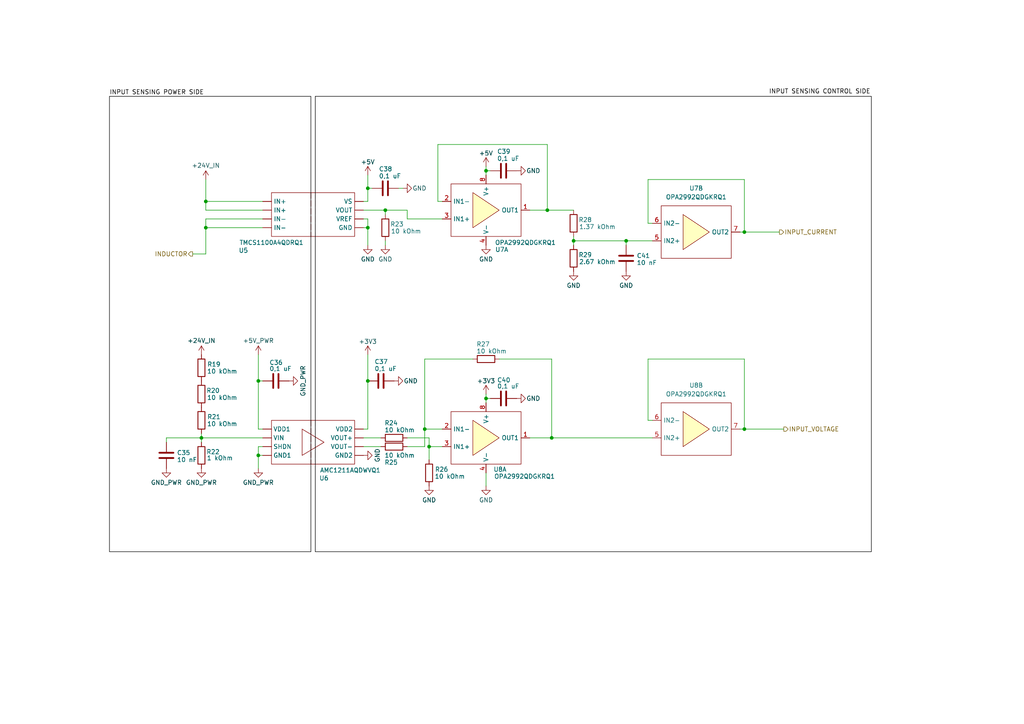
<source format=kicad_sch>
(kicad_sch (version 20231120) (generator "eeschema") (generator_version "8.0")
  (paper "A4")
  (title_block (title "ELE0124CL Power Boost Input Sensing") (date "2024-08-04") (rev "1.0") (company "ELE0124CL"))
  (lib_symbols
    (symbol "Device:C" (pin_numbers hide) (pin_names (offset 0.254))
      (property "Reference" "C" (at 0.635 2.54 0))
      (property "Value" "C" (at 0.635 -2.54 0))
      (symbol "C_0_1"
        (polyline (pts (xy -2.032 -0.762) (xy 2.032 -0.762)) (stroke (width 0.508)))
        (polyline (pts (xy -2.032 0.762) (xy 2.032 0.762)) (stroke (width 0.508)))
      )
      (symbol "C_1_1"
        (pin passive line (at 0 3.81 270) (length 2.794) (name "~") (number "1"))
        (pin passive line (at 0 -3.81 90) (length 2.794) (name "~") (number "2"))
      )
    )
    (symbol "Device:R" (pin_numbers hide) (pin_names (offset 0))
      (property "Reference" "R" (at 2.032 0 90))
      (property "Value" "R" (at 0 0 90))
      (symbol "R_0_1"
        (rectangle (start -1.016 -2.54) (end 1.016 2.54) (stroke (width 0.254)))
      )
      (symbol "R_1_1"
        (pin passive line (at 0 3.81 270) (length 1.27) (name "~") (number "1"))
        (pin passive line (at 0 -3.81 90) (length 1.27) (name "~") (number "2"))
      )
    )
    (symbol "ELE0124CL_library:+24V_IN" (power) (pin_numbers hide) (pin_names (offset 0) hide) (exclude_from_sim yes) (in_bom no)
      (property "Value" "+24V_IN" (at -2.54 3.81 0))
      (symbol "+24V_IN_0_1"
        (polyline (pts (xy -0.762 1.27) (xy 0 2.54)))
        (polyline (pts (xy 0 0) (xy 0 2.54)))
        (polyline (pts (xy 0 2.54) (xy 0.762 1.27)))
      )
      (symbol "+24V_IN_1_1"
        (pin power_in line (at 0 0 90) (length 1.27) hide (name "+24V_IN") (number "1"))
      )
    )
    (symbol "ELE0124CL_library:+3V3" (power) (pin_numbers hide) (pin_names (offset 0) hide) (exclude_from_sim yes) (in_bom no)
      (property "Value" "+3V3" (at -2.54 3.81 0))
      (symbol "+3V3_0_1"
        (polyline (pts (xy -0.762 1.27) (xy 0 2.54)))
        (polyline (pts (xy 0 0) (xy 0 2.54)))
        (polyline (pts (xy 0 2.54) (xy 0.762 1.27)))
      )
      (symbol "+3V3_1_1"
        (pin power_in line (at 0 0 90) (length 1.27) hide (name "+3V3") (number "1"))
      )
    )
    (symbol "ELE0124CL_library:+5V" (power) (pin_numbers hide) (pin_names (offset 0) hide) (exclude_from_sim yes) (in_bom no)
      (property "Value" "+5V" (at -1.905 3.81 0))
      (symbol "+5V_0_1"
        (polyline (pts (xy -0.762 1.27) (xy 0 2.54)))
        (polyline (pts (xy 0 0) (xy 0 2.54)))
        (polyline (pts (xy 0 2.54) (xy 0.762 1.27)))
      )
      (symbol "+5V_1_1"
        (pin power_in line (at 0 0 90) (length 1.27) hide (name "+5V") (number "1"))
      )
    )
    (symbol "ELE0124CL_library:+5V_PWR" (power) (pin_numbers hide) (pin_names (offset 0) hide) (exclude_from_sim yes) (in_bom no)
      (property "Value" "+5V_PWR" (at -1.905 3.81 0))
      (symbol "+5V_PWR_0_1"
        (polyline (pts (xy -0.762 1.27) (xy 0 2.54)))
        (polyline (pts (xy 0 0) (xy 0 2.54)))
        (polyline (pts (xy 0 2.54) (xy 0.762 1.27)))
      )
      (symbol "+5V_PWR_1_1"
        (pin power_in line (at 0 0 90) (length 1.27) hide (name "+5V_PWR") (number "1"))
      )
    )
    (symbol "ELE0124CL_library:CURRENT SENSOR TMCS1100A4QDRQ1" (pin_numbers hide) (pin_names (offset 0.635))
      (property "Reference" "U" (at 0.508 3.175 0))
      (property "Value" "TMCS1100A4QDRQ1" (at 0.508 1.27 0))
      (symbol "CURRENT SENSOR TMCS1100A4QDRQ1_0_1"
        (rectangle (start 0 0) (end 24.13 -12.7))
      )
      (symbol "CURRENT SENSOR TMCS1100A4QDRQ1_1_1"
        (polyline (pts (xy 11.43 0) (xy 11.43 -12.7)) (stroke (width 0) (type dash)))
        (polyline (pts (xy 12.7 0) (xy 12.7 -12.7)) (stroke (width 0) (type dash)))
        (pin passive line (at -2.54 -2.54 0) (length 2.54) (name "IN+") (number "1"))
        (pin passive line (at -2.54 -5.08 0) (length 2.54) (name "IN+") (number "2"))
        (pin passive line (at -2.54 -7.62 0) (length 2.54) (name "IN-") (number "3"))
        (pin passive line (at -2.54 -10.16 0) (length 2.54) (name "IN-") (number "4"))
        (pin passive line (at 26.67 -10.16 180) (length 2.54) (name "GND") (number "5"))
        (pin passive line (at 26.67 -7.62 180) (length 2.54) (name "VREF") (number "6"))
        (pin passive line (at 26.67 -5.08 180) (length 2.54) (name "VOUT") (number "7"))
        (pin passive line (at 26.67 -2.54 180) (length 2.54) (name "VS") (number "8"))
      )
    )
    (symbol "ELE0124CL_library:GND" (power) (pin_numbers hide) (pin_names (offset 0) hide) (exclude_from_sim yes) (in_bom no)
      (property "Value" "GND" (at -1.905 -3.81 0))
      (symbol "GND_0_1"
        (polyline (pts (xy 0 0) (xy 0 -1.27) (xy 1.27 -1.27) (xy 0 -2.54) (xy -1.27 -1.27) (xy 0 -1.27)))
      )
      (symbol "GND_1_1"
        (pin power_in line (at 0 0 270) (length 1.27) hide (name "GND") (number "1"))
      )
    )
    (symbol "ELE0124CL_library:GND_PWR" (power) (pin_numbers hide) (pin_names (offset 0) hide) (exclude_from_sim yes) (in_bom no)
      (property "Value" "GND_PWR" (at -4.445 -3.81 0))
      (symbol "GND_PWR_0_1"
        (polyline (pts (xy 0 0) (xy 0 -1.27) (xy 1.27 -1.27) (xy 0 -2.54) (xy -1.27 -1.27) (xy 0 -1.27)))
      )
      (symbol "GND_PWR_1_1"
        (pin power_in line (at 0 0 270) (length 1.27) hide (name "GND_PWR") (number "1"))
      )
    )
    (symbol "ELE0124CL_library:ISOLATOR AMPLIFIER AMC1211AQDWVQ1" (pin_numbers hide)
      (property "Reference" "U" (at 0.508 3.175 0))
      (property "Value" "AMC1211AQDWVQ1" (at 0.508 1.27 0))
      (symbol "ISOLATOR AMPLIFIER AMC1211AQDWVQ1_0_1"
        (rectangle (start 0 0) (end 24.13 -12.7))
      )
      (symbol "ISOLATOR AMPLIFIER AMC1211AQDWVQ1_1_1"
        (polyline (pts (xy 11.43 0) (xy 11.43 -12.7)) (stroke (width 0) (type dash)))
        (polyline (pts (xy 12.7 0) (xy 12.7 -12.7)) (stroke (width 0) (type dash)))
        (polyline (pts (xy 8.89 -2.54) (xy 15.24 -6.35) (xy 8.89 -10.16) (xy 8.89 -2.54)))
        (pin passive line (at -2.54 -2.54 0) (length 2.54) (name "VDD1") (number "1"))
        (pin passive line (at -2.54 -5.08 0) (length 2.54) (name "VIN") (number "2"))
        (pin passive line (at -2.54 -7.62 0) (length 2.54) (name "SHDN") (number "3"))
        (pin passive line (at -2.54 -10.16 0) (length 2.54) (name "GND1") (number "4"))
        (pin passive line (at 26.67 -10.16 180) (length 2.54) (name "GND2") (number "5"))
        (pin passive line (at 26.67 -7.62 180) (length 2.54) (name "VOUT-") (number "6"))
        (pin passive line (at 26.67 -5.08 180) (length 2.54) (name "VOUT+") (number "7"))
        (pin passive line (at 26.67 -2.54 180) (length 2.54) (name "VDD2") (number "8"))
      )
    )
    (symbol "ELE0124CL_library:OPERATIONAL AMPLIFIER OPA2992QDGKRQ1" (pin_names (offset 0.635))
      (property "Reference" "U" (at 1.27 10.795 0))
      (property "Value" "OPA2992QDGKRQ1" (at 1.27 8.89 0))
      (symbol "OPERATIONAL AMPLIFIER OPA2992QDGKRQ1_0_1"
        (rectangle (start -10.16 7.62) (end 10.16 -7.62))
        (polyline (pts (xy -3.81 5.08) (xy 3.81 0) (xy -3.81 -5.08) (xy -3.81 5.08)) (fill (type background)))
      )
      (symbol "OPERATIONAL AMPLIFIER OPA2992QDGKRQ1_1_1"
        (pin passive line (at 12.7 0 180) (length 2.54) (name "OUT1") (number "1"))
        (pin passive line (at -12.7 2.54 0) (length 2.54) (name "IN1-") (number "2"))
        (pin passive line (at -12.7 -2.54 0) (length 2.54) (name "IN1+") (number "3"))
        (pin power_in line (at 0 -10.16 90) (length 2.54) (name "V-") (number "4"))
        (pin power_in line (at 0 10.16 270) (length 2.54) (name "V+") (number "8"))
      )
      (symbol "OPERATIONAL AMPLIFIER OPA2992QDGKRQ1_2_1"
        (pin passive line (at -12.7 -2.54 0) (length 2.54) (name "IN2+") (number "5"))
        (pin passive line (at -12.7 2.54 0) (length 2.54) (name "IN2-") (number "6"))
        (pin passive line (at 12.7 0 180) (length 2.54) (name "OUT2") (number "7"))
      )
    )
  )
  (junction (at 215.9 124.46))
  (junction (at 215.9 67.31))
  (junction (at 59.69 58.42))
  (junction (at 74.93 132.08))
  (junction (at 140.97 49.53))
  (junction (at 124.46 129.54))
  (junction (at 106.68 66.04))
  (junction (at 123.19 124.46))
  (junction (at 59.69 66.04))
  (junction (at 181.61 69.85))
  (junction (at 106.68 110.49))
  (junction (at 58.42 127))
  (junction (at 111.76 60.96))
  (junction (at 160.02 127))
  (junction (at 158.75 60.96))
  (junction (at 106.68 54.61))
  (junction (at 74.93 110.49))
  (junction (at 166.37 69.85))
  (junction (at 140.97 115.57))
  (wire (pts (xy 59.69 66.04) (xy 76.2 66.04)))
  (wire (pts (xy 74.93 110.49) (xy 74.93 124.46)))
  (wire (pts (xy 58.42 127) (xy 76.2 127)))
  (wire (pts (xy 187.96 52.07) (xy 215.9 52.07)))
  (wire (pts (xy 140.97 49.53) (xy 140.97 50.8)))
  (wire (pts (xy 166.37 69.85) (xy 181.61 69.85)))
  (wire (pts (xy 127 41.91) (xy 127 58.42)))
  (wire (pts (xy 140.97 48.26) (xy 140.97 49.53)))
  (wire (pts (xy 118.11 63.5) (xy 118.11 60.96)))
  (wire (pts (xy 118.11 127) (xy 124.46 127)))
  (wire (pts (xy 160.02 127) (xy 189.23 127)))
  (wire (pts (xy 181.61 69.85) (xy 181.61 71.12)))
  (wire (pts (xy 214.63 124.46) (xy 215.9 124.46)))
  (wire (pts (xy 74.93 102.87) (xy 74.93 110.49)))
  (wire (pts (xy 166.37 69.85) (xy 166.37 68.58)))
  (wire (pts (xy 215.9 67.31) (xy 226.06 67.31)))
  (wire (pts (xy 58.42 127) (xy 58.42 125.73)))
  (wire (pts (xy 215.9 124.46) (xy 227.33 124.46)))
  (wire (pts (xy 106.68 66.04) (xy 106.68 71.12)))
  (wire (pts (xy 111.76 60.96) (xy 118.11 60.96)))
  (wire (pts (xy 105.41 124.46) (xy 106.68 124.46)))
  (wire (pts (xy 123.19 124.46) (xy 123.19 129.54)))
  (wire (pts (xy 105.41 66.04) (xy 106.68 66.04)))
  (wire (pts (xy 59.69 58.42) (xy 76.2 58.42)))
  (wire (pts (xy 189.23 121.92) (xy 187.96 121.92)))
  (wire (pts (xy 59.69 63.5) (xy 76.2 63.5)))
  (wire (pts (xy 106.68 50.8) (xy 106.68 54.61)))
  (wire (pts (xy 76.2 124.46) (xy 74.93 124.46)))
  (wire (pts (xy 187.96 104.14) (xy 215.9 104.14)))
  (wire (pts (xy 106.68 54.61) (xy 107.95 54.61)))
  (wire (pts (xy 124.46 127) (xy 124.46 129.54)))
  (wire (pts (xy 187.96 64.77) (xy 187.96 52.07)))
  (wire (pts (xy 153.67 60.96) (xy 158.75 60.96)))
  (wire (pts (xy 74.93 132.08) (xy 74.93 135.89)))
  (wire (pts (xy 127 41.91) (xy 158.75 41.91)))
  (wire (pts (xy 105.41 127) (xy 110.49 127)))
  (wire (pts (xy 74.93 132.08) (xy 76.2 132.08)))
  (wire (pts (xy 140.97 115.57) (xy 140.97 116.84)))
  (wire (pts (xy 48.26 128.27) (xy 48.26 127)))
  (wire (pts (xy 215.9 67.31) (xy 214.63 67.31)))
  (wire (pts (xy 140.97 49.53) (xy 142.24 49.53)))
  (wire (pts (xy 166.37 71.12) (xy 166.37 69.85)))
  (wire (pts (xy 158.75 60.96) (xy 166.37 60.96)))
  (wire (pts (xy 59.69 60.96) (xy 59.69 58.42)))
  (wire (pts (xy 74.93 129.54) (xy 74.93 132.08)))
  (wire (pts (xy 59.69 66.04) (xy 59.69 73.66)))
  (wire (pts (xy 55.88 73.66) (xy 59.69 73.66)))
  (wire (pts (xy 59.69 58.42) (xy 59.69 52.07)))
  (wire (pts (xy 124.46 129.54) (xy 124.46 133.35)))
  (wire (pts (xy 123.19 124.46) (xy 128.27 124.46)))
  (wire (pts (xy 48.26 127) (xy 58.42 127)))
  (wire (pts (xy 215.9 104.14) (xy 215.9 124.46)))
  (wire (pts (xy 106.68 110.49) (xy 106.68 102.87)))
  (wire (pts (xy 111.76 69.85) (xy 111.76 71.12)))
  (wire (pts (xy 160.02 104.14) (xy 160.02 127)))
  (wire (pts (xy 105.41 63.5) (xy 106.68 63.5)))
  (wire (pts (xy 158.75 41.91) (xy 158.75 60.96)))
  (wire (pts (xy 137.16 104.14) (xy 123.19 104.14)))
  (wire (pts (xy 106.68 124.46) (xy 106.68 110.49)))
  (wire (pts (xy 106.68 63.5) (xy 106.68 66.04)))
  (wire (pts (xy 189.23 64.77) (xy 187.96 64.77)))
  (wire (pts (xy 140.97 140.97) (xy 140.97 137.16)))
  (wire (pts (xy 106.68 58.42) (xy 105.41 58.42)))
  (wire (pts (xy 105.41 129.54) (xy 110.49 129.54)))
  (wire (pts (xy 115.57 54.61) (xy 116.84 54.61)))
  (wire (pts (xy 124.46 129.54) (xy 128.27 129.54)))
  (wire (pts (xy 74.93 110.49) (xy 76.2 110.49)))
  (wire (pts (xy 105.41 60.96) (xy 111.76 60.96)))
  (wire (pts (xy 106.68 54.61) (xy 106.68 58.42)))
  (wire (pts (xy 140.97 115.57) (xy 142.24 115.57)))
  (wire (pts (xy 76.2 129.54) (xy 74.93 129.54)))
  (wire (pts (xy 128.27 63.5) (xy 118.11 63.5)))
  (wire (pts (xy 215.9 52.07) (xy 215.9 67.31)))
  (wire (pts (xy 111.76 60.96) (xy 111.76 62.23)))
  (wire (pts (xy 59.69 60.96) (xy 76.2 60.96)))
  (wire (pts (xy 153.67 127) (xy 160.02 127)))
  (wire (pts (xy 59.69 63.5) (xy 59.69 66.04)))
  (wire (pts (xy 181.61 69.85) (xy 189.23 69.85)))
  (wire (pts (xy 123.19 129.54) (xy 118.11 129.54)))
  (wire (pts (xy 144.78 104.14) (xy 160.02 104.14)))
  (wire (pts (xy 187.96 121.92) (xy 187.96 104.14)))
  (wire (pts (xy 58.42 128.27) (xy 58.42 127)))
  (wire (pts (xy 128.27 58.42) (xy 127 58.42)))
  (wire (pts (xy 123.19 104.14) (xy 123.19 124.46)))
  (wire (pts (xy 140.97 114.3) (xy 140.97 115.57)))
  (rectangle (start 31.75 27.94) (end 90.17 160.02) (stroke (width 0) (color 0 0 0 1)))
  (rectangle (start 91.44 27.94) (end 252.73 160.02) (stroke (width 0) (color 0 0 0 1)))
  (text "INPUT SENSING POWER SIDE" (at 45.466 26.924 0) (effects (font (size 1.27 1.27))))
  (text "INPUT SENSING CONTROL SIDE" (at 237.744 26.67 0) (effects (font (size 1.27 1.27))))
  (hierarchical_label "INPUT_CURRENT" (shape output) (at 226.06 67.31 0))
  (hierarchical_label "INDUCTOR" (shape output) (at 55.88 73.66 180))
  (hierarchical_label "INPUT_VOLTAGE" (shape output) (at 227.33 124.46 0))
  (symbol (lib_id "ELE0124CL_library:+5V_PWR") (at 74.93 102.87 0) (unit 1) (exclude_from_sim yes) (in_bom no)
    (property "Reference" "#PWR042" (effects (hide yes)))
    (property "Value" "+5V_PWR" (at 74.93 98.806 0))
    (property "Description" "Global label with name \"+5V_PWR\"" (effects (hide yes)))
  )
  (symbol (lib_id "ELE0124CL_library:GND") (at 166.37 78.74 0) (unit 1) (exclude_from_sim yes) (in_bom no)
    (property "Reference" "#PWR055" (effects (hide yes)))
    (property "Value" "GND" (at 166.37 82.804 0))
    (property "Description" "Global label with name \"GND\"" (effects (hide yes)))
  )
  (symbol (lib_id "Device:C") (at 146.05 115.57 90) (unit 1)
    (property "Reference" "C40" (at 148.082 110.236 90) (effects (justify left)))
    (property "Value" "0,1 uF" (at 150.622 112.014 90) (effects (justify left)))
    (property "Footprint" "ELE0124CL_library:C_0603_1608Metric" (effects (hide yes)))
    (property "Description" "Capacitor Ceramic 0.1 uF 0603" (effects (hide yes)))
  )
  (symbol (lib_id "ELE0124CL_library:GND") (at 181.61 78.74 0) (unit 1) (exclude_from_sim yes) (in_bom no)
    (property "Reference" "#PWR056" (effects (hide yes)))
    (property "Value" "GND" (at 181.61 82.804 0))
    (property "Description" "Global label with name \"GND\"" (effects (hide yes)))
  )
  (symbol (lib_id "Device:R") (at 140.97 104.14 90) (unit 1)
    (property "Reference" "R27" (at 138.176 99.822 90) (effects (justify right)))
    (property "Value" "10 kOhm" (at 138.176 101.854 90) (effects (justify right)))
    (property "Footprint" "ELE0124CL_library:R_0603_1608Metric" (effects (hide yes)))
    (property "Description" "Resistor 10 kOhm 0603" (effects (hide yes)))
  )
  (symbol (lib_id "ELE0124CL_library:GND") (at 106.68 71.12 0) (unit 1) (exclude_from_sim yes) (in_bom no)
    (property "Reference" "#PWR046" (effects (hide yes)))
    (property "Value" "GND" (at 106.68 75.184 0))
    (property "Description" "Global label with name \"GND\"" (effects (hide yes)))
  )
  (symbol (lib_id "ELE0124CL_library:+5V") (at 106.68 50.8 0) (unit 1) (exclude_from_sim yes) (in_bom no)
    (property "Reference" "#PWR045" (effects (hide yes)))
    (property "Value" "+5V" (at 106.68 46.99 0))
    (property "Description" "Global label with name \"+5V\"" (effects (hide yes)))
  )
  (symbol (lib_id "ELE0124CL_library:GND") (at 116.84 54.61 90) (unit 1) (exclude_from_sim yes) (in_bom no)
    (property "Reference" "#PWR048" (effects (hide yes)))
    (property "Value" "GND" (at 121.666 54.61 90))
    (property "Description" "Global label with name \"GND\"" (effects (hide yes)))
  )
  (symbol (lib_id "ELE0124CL_library:+5V") (at 140.97 48.26 0) (unit 1) (exclude_from_sim yes) (in_bom no)
    (property "Reference" "#PWR049" (effects (hide yes)))
    (property "Value" "+5V" (at 140.97 44.45 0))
    (property "Description" "Global label with name \"+5V\"" (effects (hide yes)))
  )
  (symbol (lib_id "ELE0124CL_library:OPERATIONAL AMPLIFIER OPA2992QDGKRQ1") (at 201.93 124.46 0) (unit 2)
    (property "Reference" "U8" (at 201.93 111.76 0))
    (property "Value" "OPA2992QDGKRQ1" (at 201.93 114.3 0))
    (property "Footprint" "ELE0124CL_library:VSSOP-8_4.40mm_P0.65mm" (effects (hide yes)))
    (property "Datasheet" "https://www.ti.com/lit/ds/symlink/opa2992-q1.pdf" (effects (hide yes)))
    (property "Description" "Texas Instrument Operational Amplifier, 2 Channel, 2.7 to 40 V, 10 MHz" (effects (hide yes)))
  )
  (symbol (lib_id "ELE0124CL_library:OPERATIONAL AMPLIFIER OPA2992QDGKRQ1") (at 140.97 60.96 0) (unit 1)
    (property "Reference" "U7" (at 145.542 72.39 0))
    (property "Value" "OPA2992QDGKRQ1" (at 152.4 70.358 0))
    (property "Footprint" "ELE0124CL_library:VSSOP-8_4.40mm_P0.65mm" (effects (hide yes)))
    (property "Datasheet" "https://www.ti.com/lit/ds/symlink/opa2992-q1.pdf" (effects (hide yes)))
    (property "Description" "Texas Instrument Operational Amplifier, 2 Channel, 2.7 to 40 V, 10 MHz" (effects (hide yes)))
  )
  (symbol (lib_id "ELE0124CL_library:OPERATIONAL AMPLIFIER OPA2992QDGKRQ1") (at 201.93 67.31 0) (unit 2)
    (property "Reference" "U7" (at 201.93 54.61 0))
    (property "Value" "OPA2992QDGKRQ1" (at 201.93 57.15 0))
    (property "Footprint" "ELE0124CL_library:VSSOP-8_4.40mm_P0.65mm" (effects (hide yes)))
    (property "Datasheet" "https://www.ti.com/lit/ds/symlink/opa2992-q1.pdf" (effects (hide yes)))
    (property "Description" "Texas Instrument Operational Amplifier, 2 Channel, 2.7 to 40 V, 10 MHz" (effects (hide yes)))
  )
  (symbol (lib_id "ELE0124CL_library:ISOLATOR AMPLIFIER AMC1211AQDWVQ1") (at 78.74 121.92 0) (unit 1)
    (property "Reference" "U6" (at 93.98 138.684 0))
    (property "Value" "AMC1211AQDWVQ1" (at 101.6 136.398 0))
    (property "Footprint" "ELE0124CL_library:SSO-8_10.80mm_P1.27mm" (effects (hide yes)))
    (property "Datasheet" "https://www.ti.com/lit/ds/symlink/amc1211-q1.pdf" (effects (hide yes)))
    (property "Description" "Texas Instrument Isolator Amplifier, 1 Channel, 1 Gain" (effects (hide yes)))
  )
  (symbol (lib_id "Device:R") (at 166.37 64.77 0) (unit 1)
    (property "Reference" "R28" (at 171.704 63.754 0) (effects (justify right)))
    (property "Value" "1.37 kOhm" (at 178.562 65.786 0) (effects (justify right)))
    (property "Footprint" "ELE0124CL_library:R_0603_1608Metric" (effects (hide yes)))
    (property "Description" "Resistor 1.37 kOhm 0603" (effects (hide yes)))
  )
  (symbol (lib_id "Device:C") (at 80.01 110.49 90) (unit 1)
    (property "Reference" "C36" (at 82.042 105.156 90) (effects (justify left)))
    (property "Value" "0,1 uF" (at 84.582 106.934 90) (effects (justify left)))
    (property "Footprint" "ELE0124CL_library:C_0603_1608Metric" (effects (hide yes)))
    (property "Description" "Capacitor Ceramic 0.1 uF 0603" (effects (hide yes)))
  )
  (symbol (lib_id "ELE0124CL_library:GND") (at 124.46 140.97 0) (unit 1) (exclude_from_sim yes) (in_bom no)
    (property "Reference" "#PWR078" (effects (hide yes)))
    (property "Value" "GND" (at 124.46 145.034 0))
    (property "Description" "Global label with name \"GND\"" (effects (hide yes)))
  )
  (symbol (lib_id "ELE0124CL_library:CURRENT SENSOR TMCS1100A4QDRQ1") (at 78.74 55.88 0) (unit 1)
    (property "Reference" "U5" (at 70.612 72.644 0))
    (property "Value" "TMCS1100A4QDRQ1" (at 78.74 70.358 0))
    (property "Footprint" "ELE0124CL_library:SOIC-8_5.40mm_P1.27mm" (effects (hide yes)))
    (property "Datasheet" "https://www.ti.com/lit/ds/symlink/tmcs1100-q1.pdf" (effects (hide yes)))
    (property "Description" "Texas Instrument High-Precision Basic Isolation Hall-Effect Current" (effects (hide yes)))
  )
  (symbol (lib_id "ELE0124CL_library:GND") (at 149.86 49.53 90) (unit 1) (exclude_from_sim yes) (in_bom no)
    (property "Reference" "#PWR053" (effects (hide yes)))
    (property "Value" "GND" (at 154.686 49.53 90))
    (property "Description" "Global label with name \"GND\"" (effects (hide yes)))
  )
  (symbol (lib_id "ELE0124CL_library:OPERATIONAL AMPLIFIER OPA2992QDGKRQ1") (at 140.97 127 0) (unit 1)
    (property "Reference" "U8" (at 145.034 136.144 0))
    (property "Value" "OPA2992QDGKRQ1" (at 152.146 138.176 0))
    (property "Footprint" "ELE0124CL_library:VSSOP-8_4.40mm_P0.65mm" (effects (hide yes)))
    (property "Datasheet" "https://www.ti.com/lit/ds/symlink/opa2992-q1.pdf" (effects (hide yes)))
    (property "Description" "Texas Instrument Operational Amplifier, 2 Channel, 2.7 to 40 V, 10 MHz" (effects (hide yes)))
  )
  (symbol (lib_id "ELE0124CL_library:+24V_IN") (at 58.42 102.87 0) (unit 1) (exclude_from_sim yes) (in_bom no)
    (property "Reference" "#PWR037" (effects (hide yes)))
    (property "Value" "+24V_IN" (at 58.42 98.806 0))
    (property "Description" "Global label with name \"+24V_IN\"" (effects (hide yes)))
  )
  (symbol (lib_id "Device:R") (at 111.76 66.04 0) (unit 1)
    (property "Reference" "R23" (at 117.094 65.024 0) (effects (justify right)))
    (property "Value" "10 kOhm" (at 122.174 67.056 0) (effects (justify right)))
    (property "Footprint" "ELE0124CL_library:R_0603_1608Metric" (effects (hide yes)))
    (property "Description" "Resistor 10 kOhm 0603" (effects (hide yes)))
  )
  (symbol (lib_id "ELE0124CL_library:GND_PWR") (at 58.42 135.89 0) (unit 1) (exclude_from_sim yes) (in_bom no)
    (property "Reference" "#PWR038" (effects (hide yes)))
    (property "Value" "GND_PWR" (at 58.42 139.954 0))
    (property "Description" "Global label with name \"GND_PWR\"" (effects (hide yes)))
  )
  (symbol (lib_id "ELE0124CL_library:GND_PWR") (at 48.26 135.89 0) (unit 1) (exclude_from_sim yes) (in_bom no)
    (property "Reference" "#PWR036" (effects (hide yes)))
    (property "Value" "GND_PWR" (at 48.26 139.954 0))
    (property "Description" "Global label with name \"GND_PWR\"" (effects (hide yes)))
  )
  (symbol (lib_id "ELE0124CL_library:GND_PWR") (at 83.82 110.49 90) (unit 1) (exclude_from_sim yes) (in_bom no)
    (property "Reference" "#PWR044" (effects (hide yes)))
    (property "Value" "GND_PWR" (at 87.884 110.49 0))
    (property "Description" "Global label with name \"GND_PWR\"" (effects (hide yes)))
  )
  (symbol (lib_id "ELE0124CL_library:+24V_IN") (at 59.69 52.07 0) (unit 1) (exclude_from_sim yes) (in_bom no)
    (property "Reference" "#PWR040" (effects (hide yes)))
    (property "Value" "+24V_IN" (at 59.69 48.006 0))
    (property "Description" "Global label with name \"+24V_IN\"" (effects (hide yes)))
  )
  (symbol (lib_id "ELE0124CL_library:GND") (at 111.76 71.12 0) (unit 1) (exclude_from_sim yes) (in_bom no)
    (property "Reference" "#PWR047" (effects (hide yes)))
    (property "Value" "GND" (at 111.76 75.184 0))
    (property "Description" "Global label with name \"GND\"" (effects (hide yes)))
  )
  (symbol (lib_id "Device:R") (at 58.42 106.68 0) (unit 1)
    (property "Reference" "R19" (at 64.008 105.664 0) (effects (justify right)))
    (property "Value" "10 kOhm" (at 68.834 107.696 0) (effects (justify right)))
    (property "Footprint" "ELE0124CL_library:R_0603_1608Metric" (effects (hide yes)))
    (property "Description" "Resistor 10 kOhm 0603" (effects (hide yes)))
  )
  (symbol (lib_id "Device:R") (at 124.46 137.16 0) (unit 1)
    (property "Reference" "R26" (at 130.048 136.144 0) (effects (justify right)))
    (property "Value" "10 kOhm" (at 134.874 138.176 0) (effects (justify right)))
    (property "Footprint" "ELE0124CL_library:R_0603_1608Metric" (effects (hide yes)))
    (property "Description" "Resistor 10 kOhm 0603" (effects (hide yes)))
  )
  (symbol (lib_id "Device:C") (at 146.05 49.53 90) (unit 1)
    (property "Reference" "C39" (at 148.082 43.942 90) (effects (justify left)))
    (property "Value" "0,1 uF" (at 150.622 45.974 90) (effects (justify left)))
    (property "Footprint" "ELE0124CL_library:C_0603_1608Metric" (effects (hide yes)))
    (property "Description" "Capacitor Ceramic 0.1 uF 0603" (effects (hide yes)))
  )
  (symbol (lib_id "Device:R") (at 114.3 129.54 90) (unit 1)
    (property "Reference" "R25" (at 111.506 134.112 90) (effects (justify right)))
    (property "Value" "10 kOhm" (at 111.506 132.08 90) (effects (justify right)))
    (property "Footprint" "ELE0124CL_library:R_0603_1608Metric" (effects (hide yes)))
    (property "Description" "Resistor 10 kOhm 0603" (effects (hide yes)))
  )
  (symbol (lib_id "ELE0124CL_library:GND") (at 114.3 110.49 90) (unit 1) (exclude_from_sim yes) (in_bom no)
    (property "Reference" "#PWR076" (effects (hide yes)))
    (property "Value" "GND" (at 119.126 110.49 90))
    (property "Description" "Global label with name \"GND\"" (effects (hide yes)))
  )
  (symbol (lib_id "ELE0124CL_library:+3V3") (at 140.97 114.3 0) (unit 1) (exclude_from_sim yes) (in_bom no)
    (property "Reference" "#PWR051" (effects (hide yes)))
    (property "Value" "+3V3" (at 140.97 110.49 0))
    (property "Description" "Global label with name \"+3V3\"" (effects (hide yes)))
  )
  (symbol (lib_id "Device:C") (at 110.49 110.49 90) (unit 1)
    (property "Reference" "C37" (at 112.522 104.902 90) (effects (justify left)))
    (property "Value" "0,1 uF" (at 115.062 106.934 90) (effects (justify left)))
    (property "Footprint" "ELE0124CL_library:C_0603_1608Metric" (effects (hide yes)))
    (property "Description" "Capacitor Ceramic 0.1 uF 0603" (effects (hide yes)))
  )
  (symbol (lib_id "Device:C") (at 111.76 54.61 90) (unit 1)
    (property "Reference" "C38" (at 113.792 49.022 90) (effects (justify left)))
    (property "Value" "0,1 uF" (at 116.332 51.054 90) (effects (justify left)))
    (property "Footprint" "ELE0124CL_library:C_0603_1608Metric" (effects (hide yes)))
    (property "Description" "Capacitor Ceramic 0.1 uF 0603" (effects (hide yes)))
  )
  (symbol (lib_id "Device:C") (at 181.61 74.93 0) (unit 1)
    (property "Reference" "C41" (at 184.658 74.168 0) (effects (justify left)))
    (property "Value" "10 nF" (at 184.658 76.2 0) (effects (justify left)))
    (property "Footprint" "ELE0124CL_library:C_0603_1608Metric" (effects (hide yes)))
    (property "Description" "Capacitor Ceramic 10 nF 0603" (effects (hide yes)))
  )
  (symbol (lib_id "ELE0124CL_library:GND") (at 105.41 132.08 90) (unit 1) (exclude_from_sim yes) (in_bom no)
    (property "Reference" "#PWR077" (effects (hide yes)))
    (property "Value" "GND" (at 109.474 132.08 0))
    (property "Description" "Global label with name \"GND\"" (effects (hide yes)))
  )
  (symbol (lib_id "ELE0124CL_library:+3V3") (at 106.68 102.87 0) (unit 1) (exclude_from_sim yes) (in_bom no)
    (property "Reference" "#PWR075" (effects (hide yes)))
    (property "Value" "+3V3" (at 106.68 99.06 0))
    (property "Description" "Global label with name \"+3V3\"" (effects (hide yes)))
  )
  (symbol (lib_id "ELE0124CL_library:GND") (at 149.86 115.57 90) (unit 1) (exclude_from_sim yes) (in_bom no)
    (property "Reference" "#PWR054" (effects (hide yes)))
    (property "Value" "GND" (at 154.686 115.57 90))
    (property "Description" "Global label with name \"GND\"" (effects (hide yes)))
  )
  (symbol (lib_id "ELE0124CL_library:GND_PWR") (at 74.93 135.89 0) (unit 1) (exclude_from_sim yes) (in_bom no)
    (property "Reference" "#PWR043" (effects (hide yes)))
    (property "Value" "GND_PWR" (at 74.93 139.954 0))
    (property "Description" "Global label with name \"GND_PWR\"" (effects (hide yes)))
  )
  (symbol (lib_id "Device:R") (at 58.42 121.92 0) (unit 1)
    (property "Reference" "R21" (at 64.008 120.904 0) (effects (justify right)))
    (property "Value" "10 kOhm" (at 68.834 122.936 0) (effects (justify right)))
    (property "Footprint" "ELE0124CL_library:R_0603_1608Metric" (effects (hide yes)))
    (property "Description" "Resistor 10 kOhm 0603" (effects (hide yes)))
  )
  (symbol (lib_id "Device:R") (at 114.3 127 90) (unit 1)
    (property "Reference" "R24" (at 111.506 122.682 90) (effects (justify right)))
    (property "Value" "10 kOhm" (at 111.506 124.714 90) (effects (justify right)))
    (property "Footprint" "ELE0124CL_library:R_0603_1608Metric" (effects (hide yes)))
    (property "Description" "Resistor 10 kOhm 0603" (effects (hide yes)))
  )
  (symbol (lib_id "Device:R") (at 58.42 114.3 0) (unit 1)
    (property "Reference" "R20" (at 63.754 113.284 0) (effects (justify right)))
    (property "Value" "10 kOhm" (at 68.834 115.316 0) (effects (justify right)))
    (property "Footprint" "ELE0124CL_library:R_0603_1608Metric" (effects (hide yes)))
    (property "Description" "Resistor 10 kOhm 0603" (effects (hide yes)))
  )
  (symbol (lib_id "Device:R") (at 166.37 74.93 0) (unit 1)
    (property "Reference" "R29" (at 171.704 73.914 0) (effects (justify right)))
    (property "Value" "2.67 kOhm" (at 178.562 75.946 0) (effects (justify right)))
    (property "Footprint" "ELE0124CL_library:R_0603_1608Metric" (effects (hide yes)))
    (property "Description" "Resistor 2.67 kOhm 0603" (effects (hide yes)))
  )
  (symbol (lib_id "ELE0124CL_library:GND") (at 140.97 140.97 0) (unit 1) (exclude_from_sim yes) (in_bom no)
    (property "Reference" "#PWR052" (effects (hide yes)))
    (property "Value" "GND" (at 140.97 145.034 0))
    (property "Description" "Global label with name \"GND\"" (effects (hide yes)))
  )
  (symbol (lib_id "Device:C") (at 48.26 132.08 0) (unit 1)
    (property "Reference" "C35" (at 51.308 131.318 0) (effects (justify left)))
    (property "Value" "10 nF" (at 51.308 133.35 0) (effects (justify left)))
    (property "Footprint" "ELE0124CL_library:C_0603_1608Metric" (effects (hide yes)))
    (property "Description" "Capacitor Ceramic 10 nF 0603" (effects (hide yes)))
  )
  (symbol (lib_id "Device:R") (at 58.42 132.08 0) (unit 1)
    (property "Reference" "R22" (at 63.754 131.064 0) (effects (justify right)))
    (property "Value" "1 kOhm" (at 67.564 132.842 0) (effects (justify right)))
    (property "Footprint" "ELE0124CL_library:R_0603_1608Metric" (effects (hide yes)))
    (property "Description" "Resistor 1 kOhm 0603" (effects (hide yes)))
  )
  (symbol (lib_id "ELE0124CL_library:GND") (at 140.97 71.12 0) (unit 1) (exclude_from_sim yes) (in_bom no)
    (property "Reference" "#PWR050" (effects (hide yes)))
    (property "Value" "GND" (at 140.97 75.184 0))
    (property "Description" "Global label with name \"GND\"" (effects (hide yes)))
  )
)
</source>
